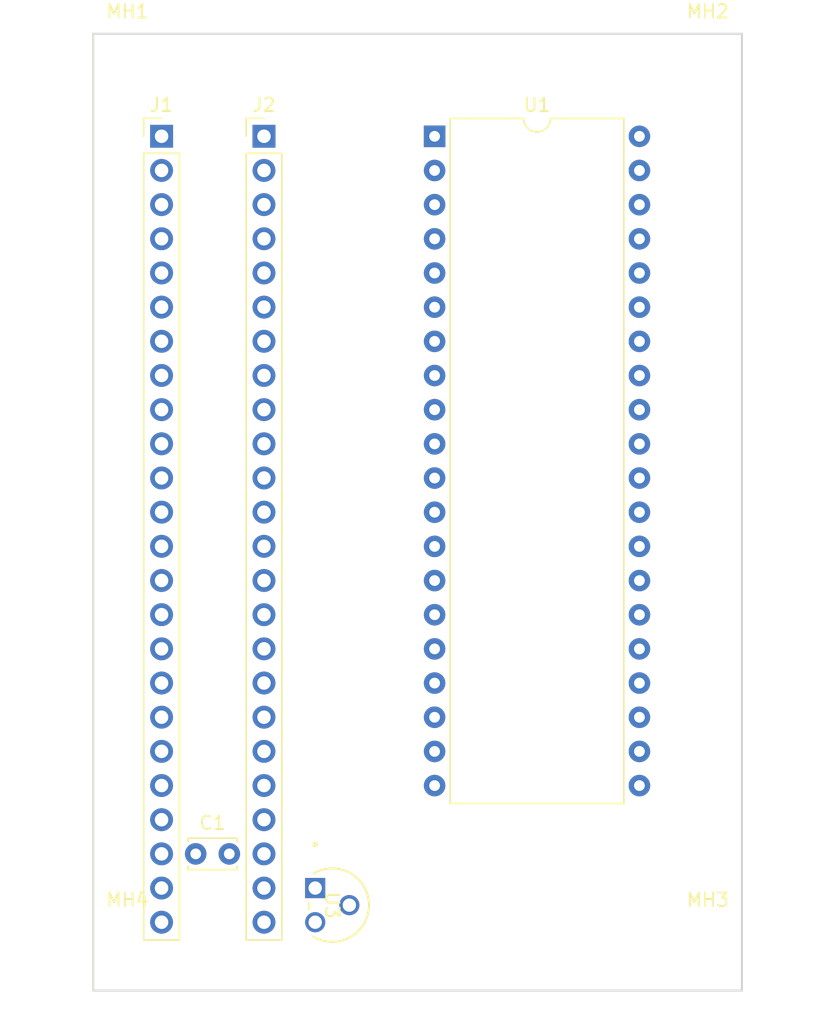
<source format=kicad_pcb>
(kicad_pcb (version 20221018) (generator pcbnew)
  (title_block (title "BionicP8085") (date "2024-03-15") (rev "3") (company "Tadashi G. Takaoka"))
  (layers (0 "F.Cu" signal) (31 "B.Cu" signal) (34 "B.Paste" user) (35 "F.Paste" user) (36 "B.SilkS" user "B.Silkscreen") (37 "F.SilkS" user "F.Silkscreen") (38 "B.Mask" user) (39 "F.Mask" user) (44 "Edge.Cuts" user))
  (net 0 "")
  (net 1 "VCC")
  (net 2 "GND")
  (net 4 "/P26")
  (net 6 "/P27")
  (net 7 "/P47")
  (net 8 "/P46")
  (net 9 "/P25")
  (net 10 "/P24")
  (net 11 "/P23")
  (net 12 "/P22")
  (net 13 "/P21")
  (net 14 "/P20")
  (net 15 "/P34")
  (net 16 "/P35")
  (net 17 "/P17")
  (net 18 "/P36")
  (net 19 "/P16")
  (net 20 "/P15")
  (net 21 "/P40")
  (net 22 "/P14")
  (net 23 "/P13")
  (net 24 "/P42")
  (net 25 "/P12")
  (net 26 "/P11")
  (net 27 "/P44")
  (net 28 "/P10")
  (net 29 "/P45")
  (net 30 "/P50")
  (net 31 "/P43")
  (net 32 "/P52")
  (net 33 "/P30")
  (net 34 "/P31")
  (net 35 "/P32")
  (net 36 "/P37")
  (net 37 "/P51")
  (net 38 "/P55")
  (net 39 "/P54")
  (net 42 "/P53")
  (net 44 "Net-(J2-P57)")
  (footprint "MountingHole:MountingHole_3.2mm_M3" (layer "F.Cu") (at 101 70)
    (fp_text reference "MH1" (at 0 -4.2) (layer "F.SilkS"))
    (fp_text value "MountingHole_3.2mm_M3")
    (pad "" np_thru_hole circle (at 0 0) (size 3.2 3.2) (drill 3.2) (layers "*.Cu" "*.Mask"))
  )
  (footprint "MountingHole:MountingHole_3.2mm_M3" (layer "F.Cu") (at 144.18 70)
    (fp_text reference "MH2" (at 0 -4.2) (layer "F.SilkS"))
    (fp_text value "MountingHole_3.2mm_M3")
    (pad "" np_thru_hole circle (at 0 0) (size 3.2 3.2) (drill 3.2) (layers "*.Cu" "*.Mask"))
  )
  (footprint "MountingHole:MountingHole_3.2mm_M3" (layer "F.Cu") (at 144.18 136.04)
    (fp_text reference "MH3" (at 0 -4.2) (layer "F.SilkS"))
    (fp_text value "MountingHole_3.2mm_M3")
    (pad "" np_thru_hole circle (at 0 0) (size 3.2 3.2) (drill 3.2) (layers "*.Cu" "*.Mask"))
  )
  (footprint "MountingHole:MountingHole_3.2mm_M3" (layer "F.Cu") (at 101 136.04)
    (fp_text reference "MH4" (at 0 -4.2) (layer "F.SilkS"))
    (fp_text value "MountingHole_3.2mm_M3")
    (pad "" np_thru_hole circle (at 0 0) (size 3.2 3.2) (drill 3.2) (layers "*.Cu" "*.Mask"))
  )
  (footprint "Capacitor_THT:C_Disc_D3.4mm_W2.1mm_P2.50mm" (layer "F.Cu") (at 106.08 128.42)
    (fp_text reference "C1" (at 1.25 -2.3) (layer "F.SilkS"))
    (fp_text value "0.1u")
    (fp_line (start -0.57 -1.17) (end -0.57 -0.925) (stroke (width 0.12)) (layer "F.SilkS"))
    (fp_line (start -0.57 -1.17) (end 3.07 -1.17) (stroke (width 0.12)) (layer "F.SilkS"))
    (fp_line (start -0.57 0.925) (end -0.57 1.17) (stroke (width 0.12)) (layer "F.SilkS"))
    (fp_line (start -0.57 1.17) (end 3.07 1.17) (stroke (width 0.12)) (layer "F.SilkS"))
    (fp_line (start 3.07 -1.17) (end 3.07 -0.925) (stroke (width 0.12)) (layer "F.SilkS"))
    (fp_line (start 3.07 0.925) (end 3.07 1.17) (stroke (width 0.12)) (layer "F.SilkS"))
    (pad "1" thru_hole circle (at 0 0) (size 1.6 1.6) (drill 0.8) (layers "*.Cu" "*.Mask") (net 1 "VCC"))
    (pad "2" thru_hole circle (at 2.5 0) (size 1.6 1.6) (drill 0.8) (layers "*.Cu" "*.Mask") (net 2 "GND"))
  )
  (footprint "connector:Bionic-P245_Vertical" (layer "F.Cu") (at 111.16 75.08)
    (fp_text reference "J2" (at 0 -2.33) (layer "F.SilkS"))
    (fp_text value "Bionic-P245")
    (fp_line (start -1.33 -1.33) (end 0 -1.33) (stroke (width 0.12)) (layer "F.SilkS"))
    (fp_line (start -1.33 0) (end -1.33 -1.33) (stroke (width 0.12)) (layer "F.SilkS"))
    (fp_line (start -1.33 1.27) (end -1.33 59.75) (stroke (width 0.12)) (layer "F.SilkS"))
    (fp_line (start -1.33 1.27) (end 1.33 1.27) (stroke (width 0.12)) (layer "F.SilkS"))
    (fp_line (start -1.33 59.75) (end 1.33 59.75) (stroke (width 0.12)) (layer "F.SilkS"))
    (fp_line (start 1.33 1.27) (end 1.33 59.75) (stroke (width 0.12)) (layer "F.SilkS"))
    (pad "25" thru_hole oval (at 0 58.42) (size 1.7 1.7) (drill 1) (layers "*.Cu" "*.Mask") (net 1 "VCC"))
    (pad "26" thru_hole oval (at 0 55.88) (size 1.7 1.7) (drill 1) (layers "*.Cu" "*.Mask") (net 44 "Net-(J2-P57)"))
    (pad "27" thru_hole oval (at 0 53.34) (size 1.7 1.7) (drill 1) (layers "*.Cu" "*.Mask"))
    (pad "28" thru_hole oval (at 0 50.8) (size 1.7 1.7) (drill 1) (layers "*.Cu" "*.Mask") (net 38 "/P55"))
    (pad "29" thru_hole oval (at 0 48.26) (size 1.7 1.7) (drill 1) (layers "*.Cu" "*.Mask") (net 39 "/P54"))
    (pad "30" thru_hole oval (at 0 45.72) (size 1.7 1.7) (drill 1) (layers "*.Cu" "*.Mask"))
    (pad "31" thru_hole oval (at 0 43.18) (size 1.7 1.7) (drill 1) (layers "*.Cu" "*.Mask") (net 7 "/P47"))
    (pad "32" thru_hole oval (at 0 40.64) (size 1.7 1.7) (drill 1) (layers "*.Cu" "*.Mask") (net 8 "/P46"))
    (pad "33" thru_hole oval (at 0 38.1) (size 1.7 1.7) (drill 1) (layers "*.Cu" "*.Mask") (net 29 "/P45"))
    (pad "34" thru_hole oval (at 0 35.56) (size 1.7 1.7) (drill 1) (layers "*.Cu" "*.Mask") (net 27 "/P44"))
    (pad "35" thru_hole oval (at 0 33.02) (size 1.7 1.7) (drill 1) (layers "*.Cu" "*.Mask") (net 31 "/P43"))
    (pad "36" thru_hole oval (at 0 30.48) (size 1.7 1.7) (drill 1) (layers "*.Cu" "*.Mask") (net 24 "/P42"))
    (pad "37" thru_hole oval (at 0 27.94) (size 1.7 1.7) (drill 1) (layers "*.Cu" "*.Mask"))
    (pad "38" thru_hole oval (at 0 25.4) (size 1.7 1.7) (drill 1) (layers "*.Cu" "*.Mask") (net 21 "/P40"))
    (pad "39" thru_hole oval (at 0 22.86) (size 1.7 1.7) (drill 1) (layers "*.Cu" "*.Mask"))
    (pad "40" thru_hole oval (at 0 20.32) (size 1.7 1.7) (drill 1) (layers "*.Cu" "*.Mask") (net 6 "/P27"))
    (pad "41" thru_hole oval (at 0 17.78) (size 1.7 1.7) (drill 1) (layers "*.Cu" "*.Mask") (net 4 "/P26"))
    (pad "42" thru_hole oval (at 0 15.24) (size 1.7 1.7) (drill 1) (layers "*.Cu" "*.Mask") (net 9 "/P25"))
    (pad "43" thru_hole oval (at 0 12.7) (size 1.7 1.7) (drill 1) (layers "*.Cu" "*.Mask") (net 10 "/P24"))
    (pad "44" thru_hole oval (at 0 10.16) (size 1.7 1.7) (drill 1) (layers "*.Cu" "*.Mask") (net 11 "/P23"))
    (pad "45" thru_hole oval (at 0 7.62) (size 1.7 1.7) (drill 1) (layers "*.Cu" "*.Mask") (net 12 "/P22"))
    (pad "46" thru_hole oval (at 0 5.08) (size 1.7 1.7) (drill 1) (layers "*.Cu" "*.Mask") (net 13 "/P21"))
    (pad "47" thru_hole oval (at 0 2.54) (size 1.7 1.7) (drill 1) (layers "*.Cu" "*.Mask") (net 14 "/P20"))
    (pad "48" thru_hole rect (at 0 0) (size 1.7 1.7) (drill 1) (layers "*.Cu" "*.Mask") (net 2 "GND"))
  )
  (footprint "microchip:TO-92_MC_MCH" (layer "F.Cu") (at 114.97 130.96 -90)
    (fp_text reference "U3" (at 1.27 -1.27 -90 unlocked) (layer "F.SilkS"))
    (fp_text value "11AA010-I/TO")
    (fp_line (start 1.08204 0.4445) (end 1.553476 0.4445) (stroke (width 0.1524)) (layer "F.SilkS"))
    (fp_arc (start -1.08204 0.116917) (mid 0.551186 -3.904186) (end 4.0005 -1.27) (stroke (width 0.1524)) (layer "F.SilkS"))
    (fp_arc (start 4.0005 -1.269999) (mid 3.90215 -0.543764) (end 3.614184 0.130155) (stroke (width 0.1524)) (layer "F.SilkS"))
    (fp_circle (center -3.2385 0) (end -3.1115 0) (stroke (width 0.1524)) (fill none) (layer "F.SilkS"))
    (pad "1" thru_hole rect (at 0 0 270) (size 1.4986 1.4986) (drill 0.9906) (layers "*.Cu" "*.Mask") (net 2 "GND"))
    (pad "2" thru_hole circle (at 1.27 -2.54 270) (size 1.4986 1.4986) (drill 0.9906) (layers "*.Cu" "*.Mask") (net 44 "Net-(J2-P57)"))
    (pad "3" thru_hole circle (at 2.54 0 270) (size 1.4986 1.4986) (drill 0.9906) (layers "*.Cu" "*.Mask") (net 1 "VCC"))
  )
  (footprint "Package_DIP:DIP-40_W15.24mm" (layer "F.Cu") (at 123.855 75.085)
    (fp_text reference "U1" (at 7.62 -2.33) (layer "F.SilkS"))
    (fp_text value "P8085AH")
    (fp_line (start 1.16 -1.33) (end 1.16 49.59) (stroke (width 0.12)) (layer "F.SilkS"))
    (fp_line (start 1.16 49.59) (end 14.08 49.59) (stroke (width 0.12)) (layer "F.SilkS"))
    (fp_line (start 6.62 -1.33) (end 1.16 -1.33) (stroke (width 0.12)) (layer "F.SilkS"))
    (fp_line (start 14.08 -1.33) (end 8.62 -1.33) (stroke (width 0.12)) (layer "F.SilkS"))
    (fp_line (start 14.08 49.59) (end 14.08 -1.33) (stroke (width 0.12)) (layer "F.SilkS"))
    (fp_arc (start 8.62 -1.33) (mid 7.62 -0.33) (end 6.62 -1.33) (stroke (width 0.12)) (layer "F.SilkS"))
    (pad "1" thru_hole rect (at 0 0) (size 1.6 1.6) (drill 0.8) (layers "*.Cu" "*.Mask") (net 8 "/P46"))
    (pad "2" thru_hole oval (at 0 2.54) (size 1.6 1.6) (drill 0.8) (layers "*.Cu" "*.Mask"))
    (pad "3" thru_hole oval (at 0 5.08) (size 1.6 1.6) (drill 0.8) (layers "*.Cu" "*.Mask"))
    (pad "4" thru_hole oval (at 0 7.62) (size 1.6 1.6) (drill 0.8) (layers "*.Cu" "*.Mask") (net 27 "/P44"))
    (pad "5" thru_hole oval (at 0 10.16) (size 1.6 1.6) (drill 0.8) (layers "*.Cu" "*.Mask") (net 29 "/P45"))
    (pad "6" thru_hole oval (at 0 12.7) (size 1.6 1.6) (drill 0.8) (layers "*.Cu" "*.Mask") (net 31 "/P43"))
    (pad "7" thru_hole oval (at 0 15.24) (size 1.6 1.6) (drill 0.8) (layers "*.Cu" "*.Mask") (net 35 "/P32"))
    (pad "8" thru_hole oval (at 0 17.78) (size 1.6 1.6) (drill 0.8) (layers "*.Cu" "*.Mask") (net 34 "/P31"))
    (pad "9" thru_hole oval (at 0 20.32) (size 1.6 1.6) (drill 0.8) (layers "*.Cu" "*.Mask") (net 33 "/P30"))
    (pad "10" thru_hole oval (at 0 22.86) (size 1.6 1.6) (drill 0.8) (layers "*.Cu" "*.Mask") (net 24 "/P42"))
    (pad "11" thru_hole oval (at 0 25.4) (size 1.6 1.6) (drill 0.8) (layers "*.Cu" "*.Mask") (net 39 "/P54"))
    (pad "12" thru_hole oval (at 0 27.94) (size 1.6 1.6) (drill 0.8) (layers "*.Cu" "*.Mask") (net 28 "/P10"))
    (pad "13" thru_hole oval (at 0 30.48) (size 1.6 1.6) (drill 0.8) (layers "*.Cu" "*.Mask") (net 26 "/P11"))
    (pad "14" thru_hole oval (at 0 33.02) (size 1.6 1.6) (drill 0.8) (layers "*.Cu" "*.Mask") (net 25 "/P12"))
    (pad "15" thru_hole oval (at 0 35.56) (size 1.6 1.6) (drill 0.8) (layers "*.Cu" "*.Mask") (net 23 "/P13"))
    (pad "16" thru_hole oval (at 0 38.1) (size 1.6 1.6) (drill 0.8) (layers "*.Cu" "*.Mask") (net 22 "/P14"))
    (pad "17" thru_hole oval (at 0 40.64) (size 1.6 1.6) (drill 0.8) (layers "*.Cu" "*.Mask") (net 20 "/P15"))
    (pad "18" thru_hole oval (at 0 43.18) (size 1.6 1.6) (drill 0.8) (layers "*.Cu" "*.Mask") (net 19 "/P16"))
    (pad "19" thru_hole oval (at 0 45.72) (size 1.6 1.6) (drill 0.8) (layers "*.Cu" "*.Mask") (net 17 "/P17"))
    (pad "20" thru_hole oval (at 0 48.26) (size 1.6 1.6) (drill 0.8) (layers "*.Cu" "*.Mask") (net 2 "GND"))
    (pad "21" thru_hole oval (at 15.24 48.26) (size 1.6 1.6) (drill 0.8) (layers "*.Cu" "*.Mask") (net 14 "/P20"))
    (pad "22" thru_hole oval (at 15.24 45.72) (size 1.6 1.6) (drill 0.8) (layers "*.Cu" "*.Mask") (net 13 "/P21"))
    (pad "23" thru_hole oval (at 15.24 43.18) (size 1.6 1.6) (drill 0.8) (layers "*.Cu" "*.Mask") (net 12 "/P22"))
    (pad "24" thru_hole oval (at 15.24 40.64) (size 1.6 1.6) (drill 0.8) (layers "*.Cu" "*.Mask") (net 11 "/P23"))
    (pad "25" thru_hole oval (at 15.24 38.1) (size 1.6 1.6) (drill 0.8) (layers "*.Cu" "*.Mask") (net 10 "/P24"))
    (pad "26" thru_hole oval (at 15.24 35.56) (size 1.6 1.6) (drill 0.8) (layers "*.Cu" "*.Mask") (net 9 "/P25"))
    (pad "27" thru_hole oval (at 15.24 33.02) (size 1.6 1.6) (drill 0.8) (layers "*.Cu" "*.Mask") (net 4 "/P26"))
    (pad "28" thru_hole oval (at 15.24 30.48) (size 1.6 1.6) (drill 0.8) (layers "*.Cu" "*.Mask") (net 6 "/P27"))
    (pad "29" thru_hole oval (at 15.24 27.94) (size 1.6 1.6) (drill 0.8) (layers "*.Cu" "*.Mask") (net 15 "/P34"))
    (pad "30" thru_hole oval (at 15.24 25.4) (size 1.6 1.6) (drill 0.8) (layers "*.Cu" "*.Mask") (net 21 "/P40"))
    (pad "31" thru_hole oval (at 15.24 22.86) (size 1.6 1.6) (drill 0.8) (layers "*.Cu" "*.Mask") (net 37 "/P51"))
    (pad "32" thru_hole oval (at 15.24 20.32) (size 1.6 1.6) (drill 0.8) (layers "*.Cu" "*.Mask") (net 30 "/P50"))
    (pad "33" thru_hole oval (at 15.24 17.78) (size 1.6 1.6) (drill 0.8) (layers "*.Cu" "*.Mask") (net 16 "/P35"))
    (pad "34" thru_hole oval (at 15.24 15.24) (size 1.6 1.6) (drill 0.8) (layers "*.Cu" "*.Mask") (net 38 "/P55"))
    (pad "35" thru_hole oval (at 15.24 12.7) (size 1.6 1.6) (drill 0.8) (layers "*.Cu" "*.Mask") (net 32 "/P52"))
    (pad "36" thru_hole oval (at 15.24 10.16) (size 1.6 1.6) (drill 0.8) (layers "*.Cu" "*.Mask") (net 42 "/P53"))
    (pad "37" thru_hole oval (at 15.24 7.62) (size 1.6 1.6) (drill 0.8) (layers "*.Cu" "*.Mask") (net 7 "/P47"))
    (pad "38" thru_hole oval (at 15.24 5.08) (size 1.6 1.6) (drill 0.8) (layers "*.Cu" "*.Mask") (net 18 "/P36"))
    (pad "39" thru_hole oval (at 15.24 2.54) (size 1.6 1.6) (drill 0.8) (layers "*.Cu" "*.Mask") (net 36 "/P37"))
    (pad "40" thru_hole oval (at 15.24 0) (size 1.6 1.6) (drill 0.8) (layers "*.Cu" "*.Mask") (net 1 "VCC"))
  )
  (footprint "connector:Bionic-P135_Vertical" (layer "F.Cu") (at 103.54 75.08)
    (fp_text reference "J1" (at 0 -2.33) (layer "F.SilkS"))
    (fp_text value "Bionic-P135")
    (fp_line (start -1.33 -1.33) (end 0 -1.33) (stroke (width 0.12)) (layer "F.SilkS"))
    (fp_line (start -1.33 0) (end -1.33 -1.33) (stroke (width 0.12)) (layer "F.SilkS"))
    (fp_line (start -1.33 1.27) (end -1.33 59.75) (stroke (width 0.12)) (layer "F.SilkS"))
    (fp_line (start -1.33 1.27) (end 1.33 1.27) (stroke (width 0.12)) (layer "F.SilkS"))
    (fp_line (start -1.33 59.75) (end 1.33 59.75) (stroke (width 0.12)) (layer "F.SilkS"))
    (fp_line (start 1.33 1.27) (end 1.33 59.75) (stroke (width 0.12)) (layer "F.SilkS"))
    (pad "1" thru_hole rect (at 0 0) (size 1.7 1.7) (drill 1) (layers "*.Cu" "*.Mask") (net 2 "GND"))
    (pad "2" thru_hole oval (at 0 2.54) (size 1.7 1.7) (drill 1) (layers "*.Cu" "*.Mask") (net 28 "/P10"))
    (pad "3" thru_hole oval (at 0 5.08) (size 1.7 1.7) (drill 1) (layers "*.Cu" "*.Mask") (net 26 "/P11"))
    (pad "4" thru_hole oval (at 0 7.62) (size 1.7 1.7) (drill 1) (layers "*.Cu" "*.Mask") (net 25 "/P12"))
    (pad "5" thru_hole oval (at 0 10.16) (size 1.7 1.7) (drill 1) (layers "*.Cu" "*.Mask") (net 23 "/P13"))
    (pad "6" thru_hole oval (at 0 12.7) (size 1.7 1.7) (drill 1) (layers "*.Cu" "*.Mask") (net 22 "/P14"))
    (pad "7" thru_hole oval (at 0 15.24) (size 1.7 1.7) (drill 1) (layers "*.Cu" "*.Mask") (net 20 "/P15"))
    (pad "8" thru_hole oval (at 0 17.78) (size 1.7 1.7) (drill 1) (layers "*.Cu" "*.Mask") (net 19 "/P16"))
    (pad "9" thru_hole oval (at 0 20.32) (size 1.7 1.7) (drill 1) (layers "*.Cu" "*.Mask") (net 17 "/P17"))
    (pad "10" thru_hole oval (at 0 22.86) (size 1.7 1.7) (drill 1) (layers "*.Cu" "*.Mask"))
    (pad "11" thru_hole oval (at 0 25.4) (size 1.7 1.7) (drill 1) (layers "*.Cu" "*.Mask") (net 33 "/P30"))
    (pad "12" thru_hole oval (at 0 27.94) (size 1.7 1.7) (drill 1) (layers "*.Cu" "*.Mask") (net 34 "/P31"))
    (pad "13" thru_hole oval (at 0 30.48) (size 1.7 1.7) (drill 1) (layers "*.Cu" "*.Mask") (net 35 "/P32"))
    (pad "14" thru_hole oval (at 0 33.02) (size 1.7 1.7) (drill 1) (layers "*.Cu" "*.Mask"))
    (pad "15" thru_hole oval (at 0 35.56) (size 1.7 1.7) (drill 1) (layers "*.Cu" "*.Mask") (net 15 "/P34"))
    (pad "16" thru_hole oval (at 0 38.1) (size 1.7 1.7) (drill 1) (layers "*.Cu" "*.Mask") (net 16 "/P35"))
    (pad "17" thru_hole oval (at 0 40.64) (size 1.7 1.7) (drill 1) (layers "*.Cu" "*.Mask") (net 18 "/P36"))
    (pad "18" thru_hole oval (at 0 43.18) (size 1.7 1.7) (drill 1) (layers "*.Cu" "*.Mask") (net 36 "/P37"))
    (pad "19" thru_hole oval (at 0 45.72) (size 1.7 1.7) (drill 1) (layers "*.Cu" "*.Mask"))
    (pad "20" thru_hole oval (at 0 48.26) (size 1.7 1.7) (drill 1) (layers "*.Cu" "*.Mask") (net 30 "/P50"))
    (pad "21" thru_hole oval (at 0 50.8) (size 1.7 1.7) (drill 1) (layers "*.Cu" "*.Mask") (net 37 "/P51"))
    (pad "22" thru_hole oval (at 0 53.34) (size 1.7 1.7) (drill 1) (layers "*.Cu" "*.Mask") (net 32 "/P52"))
    (pad "23" thru_hole oval (at 0 55.88) (size 1.7 1.7) (drill 1) (layers "*.Cu" "*.Mask") (net 42 "/P53"))
    (pad "24" thru_hole oval (at 0 58.42) (size 1.7 1.7) (drill 1) (layers "*.Cu" "*.Mask") (net 1 "VCC"))
  )
  (gr_line (start 98.46 138.58) (end 98.46 67.46) (stroke (width 0.15)) (layer "Edge.Cuts"))
  (gr_line (start 146.72 138.58) (end 98.46 138.58) (stroke (width 0.15)) (layer "Edge.Cuts"))
  (gr_line (start 98.46 67.46) (end 146.72 67.46) (stroke (width 0.15)) (layer "Edge.Cuts"))
  (gr_line (start 146.72 67.46) (end 146.72 138.58) (stroke (width 0.15)) (layer "Edge.Cuts"))
)
</source>
